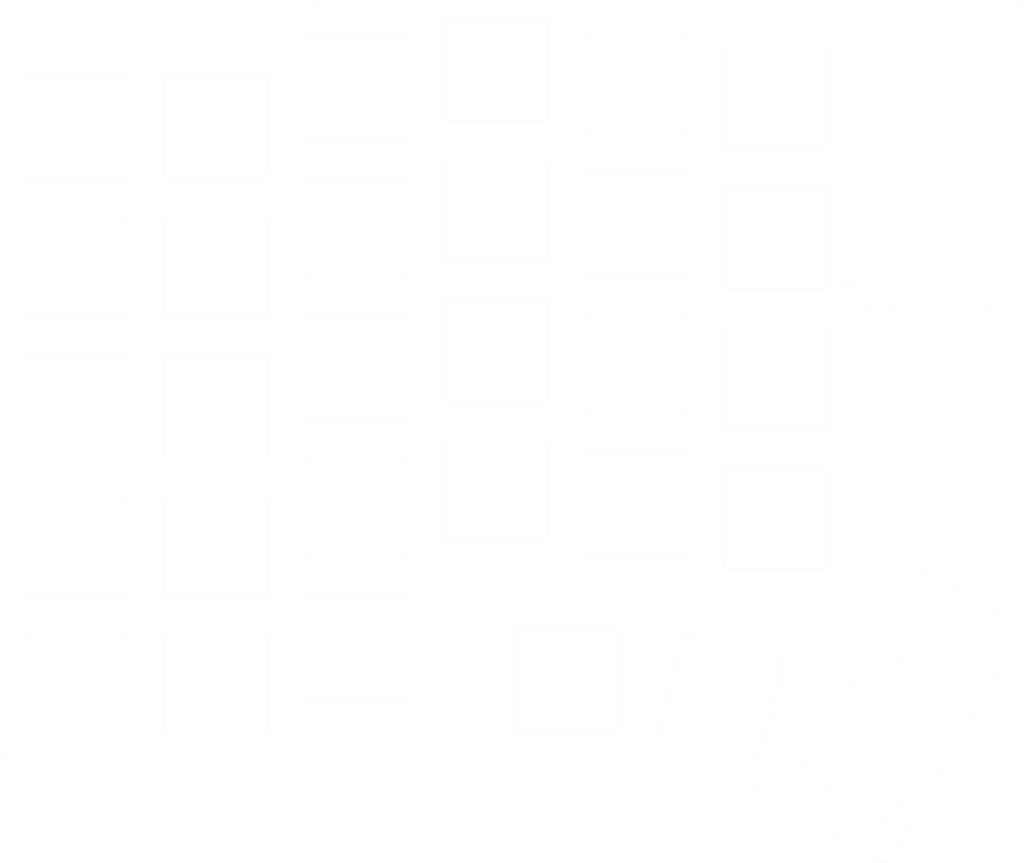
<source format=kicad_pcb>
(kicad_pcb (version 20171130) (host pcbnew "(5.1.6)-1")

  (general
    (thickness 1.6)
    (drawings 27)
    (tracks 0)
    (zones 0)
    (modules 36)
    (nets 1)
  )

  (page A4)
  (layers
    (0 F.Cu signal)
    (31 B.Cu signal)
    (32 B.Adhes user)
    (33 F.Adhes user)
    (34 B.Paste user)
    (35 F.Paste user)
    (36 B.SilkS user)
    (37 F.SilkS user)
    (38 B.Mask user)
    (39 F.Mask user)
    (40 Dwgs.User user)
    (41 Cmts.User user)
    (42 Eco1.User user)
    (43 Eco2.User user)
    (44 Edge.Cuts user)
    (45 Margin user)
    (46 B.CrtYd user)
    (47 F.CrtYd user)
    (48 B.Fab user)
    (49 F.Fab user)
  )

  (setup
    (last_trace_width 0.25)
    (trace_clearance 0.2)
    (zone_clearance 0.508)
    (zone_45_only no)
    (trace_min 0.2)
    (via_size 1)
    (via_drill 0.6)
    (via_min_size 0.4)
    (via_min_drill 0.3)
    (uvia_size 0.3)
    (uvia_drill 0.1)
    (uvias_allowed no)
    (uvia_min_size 0.2)
    (uvia_min_drill 0.1)
    (edge_width 0.01)
    (segment_width 0.2)
    (pcb_text_width 0.3)
    (pcb_text_size 1.5 1.5)
    (mod_edge_width 0.12)
    (mod_text_size 1 1)
    (mod_text_width 0.15)
    (pad_size 2.9 0.5)
    (pad_drill 0)
    (pad_to_mask_clearance 0.051)
    (solder_mask_min_width 0.25)
    (aux_axis_origin 0 0)
    (grid_origin 100.965 67.7799)
    (visible_elements 7FFFF7FF)
    (pcbplotparams
      (layerselection 0x010fc_ffffffff)
      (usegerberextensions false)
      (usegerberattributes false)
      (usegerberadvancedattributes false)
      (creategerberjobfile false)
      (excludeedgelayer true)
      (linewidth 0.100000)
      (plotframeref false)
      (viasonmask false)
      (mode 1)
      (useauxorigin false)
      (hpglpennumber 1)
      (hpglpenspeed 20)
      (hpglpendiameter 15.000000)
      (psnegative false)
      (psa4output false)
      (plotreference true)
      (plotvalue true)
      (plotinvisibletext false)
      (padsonsilk false)
      (subtractmaskfromsilk false)
      (outputformat 1)
      (mirror false)
      (drillshape 0)
      (scaleselection 1)
      (outputdirectory "CantaloupeV1.0Plate-Gerbers/"))
  )

  (net 0 "")

  (net_class Default "This is the default net class."
    (clearance 0.2)
    (trace_width 0.25)
    (via_dia 1)
    (via_drill 0.6)
    (uvia_dia 0.3)
    (uvia_drill 0.1)
  )

  (net_class Data ""
    (clearance 0.2)
    (trace_width 0.25)
    (via_dia 1)
    (via_drill 0.6)
    (uvia_dia 0.3)
    (uvia_drill 0.1)
  )

  (net_class Power ""
    (clearance 0.2)
    (trace_width 0.5)
    (via_dia 1)
    (via_drill 0.6)
    (uvia_dia 0.3)
    (uvia_drill 0.1)
  )

  (module Cantaloupe:MX_Cutout_Tight (layer F.Cu) (tedit 5DD3FFCB) (tstamp 5F5D03C2)
    (at 186.689995 92.544899)
    (path /5F790C86)
    (fp_text reference SW27 (at 7.1 8.200001) (layer F.SilkS) hide
      (effects (font (size 1 1) (thickness 0.15)))
    )
    (fp_text value MX (at -4.8 8.3) (layer F.Fab) hide
      (effects (font (size 1 1) (thickness 0.15)))
    )
    (fp_line (start -7 7) (end 7 7) (layer Edge.Cuts) (width 0.01))
    (fp_line (start 7 -7) (end 7 7) (layer Edge.Cuts) (width 0.01))
    (fp_line (start -7 -7) (end 7 -7) (layer Edge.Cuts) (width 0.01))
    (fp_line (start -7 7) (end -7 -7) (layer Edge.Cuts) (width 0.01))
  )

  (module Cantaloupe:MX_Cutout_Tight (layer F.Cu) (tedit 5DD3FFCB) (tstamp 5F5D0347)
    (at 129.539997 129.374898)
    (path /5F70873A)
    (fp_text reference SW15 (at 7.1 8.200001) (layer F.SilkS) hide
      (effects (font (size 1 1) (thickness 0.15)))
    )
    (fp_text value MX (at -4.8 8.3) (layer F.Fab) hide
      (effects (font (size 1 1) (thickness 0.15)))
    )
    (fp_line (start -7 7) (end 7 7) (layer Edge.Cuts) (width 0.01))
    (fp_line (start 7 -7) (end 7 7) (layer Edge.Cuts) (width 0.01))
    (fp_line (start -7 -7) (end 7 -7) (layer Edge.Cuts) (width 0.01))
    (fp_line (start -7 7) (end -7 -7) (layer Edge.Cuts) (width 0.01))
  )

  (module Cantaloupe:MX_Cutout_Tight (layer F.Cu) (tedit 5DD3FFCB) (tstamp 5F5D02A3)
    (at 167.64 71.5899)
    (path /5F76C34B)
    (fp_text reference SW21 (at 7.1 8.200001) (layer F.SilkS) hide
      (effects (font (size 1 1) (thickness 0.15)))
    )
    (fp_text value MX (at -4.8 8.3) (layer F.Fab) hide
      (effects (font (size 1 1) (thickness 0.15)))
    )
    (fp_line (start -7 7) (end 7 7) (layer Edge.Cuts) (width 0.01))
    (fp_line (start 7 -7) (end 7 7) (layer Edge.Cuts) (width 0.01))
    (fp_line (start -7 -7) (end 7 -7) (layer Edge.Cuts) (width 0.01))
    (fp_line (start -7 7) (end -7 -7) (layer Edge.Cuts) (width 0.01))
  )

  (module Cantaloupe:MX_Cutout_Tight (layer F.Cu) (tedit 5DD3FFCB) (tstamp 5F5D03EB)
    (at 186.689996 73.494899)
    (path /5F790C79)
    (fp_text reference SW26 (at 7.1 8.200001) (layer F.SilkS) hide
      (effects (font (size 1 1) (thickness 0.15)))
    )
    (fp_text value MX (at -4.8 8.3) (layer F.Fab) hide
      (effects (font (size 1 1) (thickness 0.15)))
    )
    (fp_line (start -7 7) (end 7 7) (layer Edge.Cuts) (width 0.01))
    (fp_line (start 7 -7) (end 7 7) (layer Edge.Cuts) (width 0.01))
    (fp_line (start -7 -7) (end 7 -7) (layer Edge.Cuts) (width 0.01))
    (fp_line (start -7 7) (end -7 -7) (layer Edge.Cuts) (width 0.01))
  )

  (module Cantaloupe:MX_Cutout_Tight (layer F.Cu) (tedit 5DD3FFCB) (tstamp 5F5D02CC)
    (at 167.639999 90.639897)
    (path /5F76C358)
    (fp_text reference SW22 (at 7.1 8.200001) (layer F.SilkS) hide
      (effects (font (size 1 1) (thickness 0.15)))
    )
    (fp_text value MX (at -4.8 8.3) (layer F.Fab) hide
      (effects (font (size 1 1) (thickness 0.15)))
    )
    (fp_line (start -7 7) (end 7 7) (layer Edge.Cuts) (width 0.01))
    (fp_line (start 7 -7) (end 7 7) (layer Edge.Cuts) (width 0.01))
    (fp_line (start -7 -7) (end 7 -7) (layer Edge.Cuts) (width 0.01))
    (fp_line (start -7 7) (end -7 -7) (layer Edge.Cuts) (width 0.01))
  )

  (module Cantaloupe:MX_Cutout_Tight (layer F.Cu) (tedit 5DD3FFCB) (tstamp 5F5D02F5)
    (at 186.689998 111.594898)
    (path /5F790C93)
    (fp_text reference SW28 (at 7.1 8.200001) (layer F.SilkS) hide
      (effects (font (size 1 1) (thickness 0.15)))
    )
    (fp_text value MX (at -4.8 8.3) (layer F.Fab) hide
      (effects (font (size 1 1) (thickness 0.15)))
    )
    (fp_line (start -7 7) (end 7 7) (layer Edge.Cuts) (width 0.01))
    (fp_line (start 7 -7) (end 7 7) (layer Edge.Cuts) (width 0.01))
    (fp_line (start -7 -7) (end 7 -7) (layer Edge.Cuts) (width 0.01))
    (fp_line (start -7 7) (end -7 -7) (layer Edge.Cuts) (width 0.01))
  )

  (module Cantaloupe:MX_Cutout_Tight (layer F.Cu) (tedit 5DD3FFCB) (tstamp 5F5D031E)
    (at 110.489998 115.404896)
    (path /5F6D8663)
    (fp_text reference SW9 (at 7.1 8.200001) (layer F.SilkS) hide
      (effects (font (size 1 1) (thickness 0.15)))
    )
    (fp_text value MX (at -4.8 8.3) (layer F.Fab) hide
      (effects (font (size 1 1) (thickness 0.15)))
    )
    (fp_line (start -7 7) (end 7 7) (layer Edge.Cuts) (width 0.01))
    (fp_line (start 7 -7) (end 7 7) (layer Edge.Cuts) (width 0.01))
    (fp_line (start -7 -7) (end 7 -7) (layer Edge.Cuts) (width 0.01))
    (fp_line (start -7 7) (end -7 -7) (layer Edge.Cuts) (width 0.01))
  )

  (module Cantaloupe:MX_Cutout_Tight (layer F.Cu) (tedit 5DD3FFCB) (tstamp 5F5D0370)
    (at 148.59 50.634897)
    (path /5F740BB9)
    (fp_text reference SW16 (at 7.1 8.200001) (layer F.SilkS) hide
      (effects (font (size 1 1) (thickness 0.15)))
    )
    (fp_text value MX (at -4.8 8.3) (layer F.Fab) hide
      (effects (font (size 1 1) (thickness 0.15)))
    )
    (fp_line (start -7 7) (end 7 7) (layer Edge.Cuts) (width 0.01))
    (fp_line (start 7 -7) (end 7 7) (layer Edge.Cuts) (width 0.01))
    (fp_line (start -7 -7) (end 7 -7) (layer Edge.Cuts) (width 0.01))
    (fp_line (start -7 7) (end -7 -7) (layer Edge.Cuts) (width 0.01))
  )

  (module Cantaloupe:MX_Cutout_Tight (layer F.Cu) (tedit 5DD3FFCB) (tstamp 5F5D0399)
    (at 148.589998 88.7349)
    (path /5F740BD4)
    (fp_text reference SW18 (at 7.1 8.200001) (layer F.SilkS) hide
      (effects (font (size 1 1) (thickness 0.15)))
    )
    (fp_text value MX (at -4.8 8.3) (layer F.Fab) hide
      (effects (font (size 1 1) (thickness 0.15)))
    )
    (fp_line (start -7 7) (end 7 7) (layer Edge.Cuts) (width 0.01))
    (fp_line (start 7 -7) (end 7 7) (layer Edge.Cuts) (width 0.01))
    (fp_line (start -7 -7) (end 7 -7) (layer Edge.Cuts) (width 0.01))
    (fp_line (start -7 7) (end -7 -7) (layer Edge.Cuts) (width 0.01))
  )

  (module Cantaloupe:MX_Cutout_Tight (layer F.Cu) (tedit 5DD3FFCB) (tstamp 5F5D0533)
    (at 129.539998 53.174901)
    (path /5F708705)
    (fp_text reference SW11 (at 7.1 8.200001) (layer F.SilkS) hide
      (effects (font (size 1 1) (thickness 0.15)))
    )
    (fp_text value MX (at -4.8 8.3) (layer F.Fab) hide
      (effects (font (size 1 1) (thickness 0.15)))
    )
    (fp_line (start -7 7) (end 7 7) (layer Edge.Cuts) (width 0.01))
    (fp_line (start 7 -7) (end 7 7) (layer Edge.Cuts) (width 0.01))
    (fp_line (start -7 -7) (end 7 -7) (layer Edge.Cuts) (width 0.01))
    (fp_line (start -7 7) (end -7 -7) (layer Edge.Cuts) (width 0.01))
  )

  (module Cantaloupe:MX_Cutout_Tight (layer F.Cu) (tedit 5DD3FFCB) (tstamp 5F5D043D)
    (at 186.69 54.444897)
    (path /5F790C6B)
    (fp_text reference SW25 (at 7.1 8.200001) (layer F.SilkS) hide
      (effects (font (size 1 1) (thickness 0.15)))
    )
    (fp_text value MX (at -4.8 8.3) (layer F.Fab) hide
      (effects (font (size 1 1) (thickness 0.15)))
    )
    (fp_line (start -7 7) (end 7 7) (layer Edge.Cuts) (width 0.01))
    (fp_line (start 7 -7) (end 7 7) (layer Edge.Cuts) (width 0.01))
    (fp_line (start -7 -7) (end 7 -7) (layer Edge.Cuts) (width 0.01))
    (fp_line (start -7 7) (end -7 -7) (layer Edge.Cuts) (width 0.01))
  )

  (module Cantaloupe:MX_Cutout_Tight (layer F.Cu) (tedit 5DD3FFCB) (tstamp 5F5D0466)
    (at 179.374799 135.839203 345)
    (path /5F790CA0)
    (fp_text reference SW29 (at 7.1 8.200001 345) (layer F.SilkS) hide
      (effects (font (size 1 1) (thickness 0.15)))
    )
    (fp_text value MX (at -4.8 8.3 345) (layer F.Fab) hide
      (effects (font (size 1 1) (thickness 0.15)))
    )
    (fp_line (start -7 7) (end 7 7) (layer Edge.Cuts) (width 0.01))
    (fp_line (start 7 -7) (end 7 7) (layer Edge.Cuts) (width 0.01))
    (fp_line (start -7 -7) (end 7 -7) (layer Edge.Cuts) (width 0.01))
    (fp_line (start -7 7) (end -7 -7) (layer Edge.Cuts) (width 0.01))
  )

  (module Cantaloupe:MX_Cutout_Tight (layer F.Cu) (tedit 5DD3FFCB) (tstamp 5F5D048F)
    (at 199.492083 143.462125 330)
    (path /5F7B2771)
    (fp_text reference SW31 (at 7.1 8.2 330) (layer F.SilkS) hide
      (effects (font (size 1 1) (thickness 0.15)))
    )
    (fp_text value MX (at -4.8 8.3 330) (layer F.Fab) hide
      (effects (font (size 1 1) (thickness 0.15)))
    )
    (fp_line (start -7 7) (end 7 7) (layer Edge.Cuts) (width 0.01))
    (fp_line (start 7 -7) (end 7 7) (layer Edge.Cuts) (width 0.01))
    (fp_line (start -7 -7) (end 7 -7) (layer Edge.Cuts) (width 0.01))
    (fp_line (start -7 7) (end -7 -7) (layer Edge.Cuts) (width 0.01))
  )

  (module Cantaloupe:MX_Cutout_Tight (layer F.Cu) (tedit 5DD3FFCB) (tstamp 5F5D04B8)
    (at 148.589998 107.784896)
    (path /5F740BE1)
    (fp_text reference SW19 (at 7.1 8.200001) (layer F.SilkS) hide
      (effects (font (size 1 1) (thickness 0.15)))
    )
    (fp_text value MX (at -4.8 8.3) (layer F.Fab) hide
      (effects (font (size 1 1) (thickness 0.15)))
    )
    (fp_line (start -7 7) (end 7 7) (layer Edge.Cuts) (width 0.01))
    (fp_line (start 7 -7) (end 7 7) (layer Edge.Cuts) (width 0.01))
    (fp_line (start -7 -7) (end 7 -7) (layer Edge.Cuts) (width 0.01))
    (fp_line (start -7 7) (end -7 -7) (layer Edge.Cuts) (width 0.01))
  )

  (module Cantaloupe:MX_Cutout_Tight (layer F.Cu) (tedit 5DD3FFCB) (tstamp 5F5D00B7)
    (at 110.489997 134.454896)
    (path /5F6D8670)
    (fp_text reference SW10 (at 7.1 8.200001) (layer F.SilkS) hide
      (effects (font (size 1 1) (thickness 0.15)))
    )
    (fp_text value MX (at -4.8 8.3) (layer F.Fab) hide
      (effects (font (size 1 1) (thickness 0.15)))
    )
    (fp_line (start -7 7) (end 7 7) (layer Edge.Cuts) (width 0.01))
    (fp_line (start 7 -7) (end 7 7) (layer Edge.Cuts) (width 0.01))
    (fp_line (start -7 -7) (end 7 -7) (layer Edge.Cuts) (width 0.01))
    (fp_line (start -7 7) (end -7 -7) (layer Edge.Cuts) (width 0.01))
  )

  (module Cantaloupe:MX_Cutout_Tight (layer F.Cu) (tedit 5DD3FFCB) (tstamp 5F5D00E0)
    (at 129.539994 91.274901)
    (path /5F708720)
    (fp_text reference SW13 (at 7.1 8.200001) (layer F.SilkS) hide
      (effects (font (size 1 1) (thickness 0.15)))
    )
    (fp_text value MX (at -4.8 8.3) (layer F.Fab) hide
      (effects (font (size 1 1) (thickness 0.15)))
    )
    (fp_line (start -7 7) (end 7 7) (layer Edge.Cuts) (width 0.01))
    (fp_line (start 7 -7) (end 7 7) (layer Edge.Cuts) (width 0.01))
    (fp_line (start -7 -7) (end 7 -7) (layer Edge.Cuts) (width 0.01))
    (fp_line (start -7 7) (end -7 -7) (layer Edge.Cuts) (width 0.01))
  )

  (module Cantaloupe:MX_Cutout_Tight (layer F.Cu) (tedit 5DD3FFCB) (tstamp 5F5D01AD)
    (at 110.489995 58.254895)
    (path /5F6D863A)
    (fp_text reference SW6 (at 7.1 8.200001) (layer F.SilkS) hide
      (effects (font (size 1 1) (thickness 0.15)))
    )
    (fp_text value MX (at -4.8 8.3) (layer F.Fab) hide
      (effects (font (size 1 1) (thickness 0.15)))
    )
    (fp_line (start -7 7) (end 7 7) (layer Edge.Cuts) (width 0.01))
    (fp_line (start 7 -7) (end 7 7) (layer Edge.Cuts) (width 0.01))
    (fp_line (start -7 -7) (end 7 -7) (layer Edge.Cuts) (width 0.01))
    (fp_line (start -7 7) (end -7 -7) (layer Edge.Cuts) (width 0.01))
  )

  (module Cantaloupe:MX_Cutout_Tight (layer F.Cu) (tedit 5DD3FFCB) (tstamp 5F5D0132)
    (at 167.639999 52.5399)
    (path /5F76C33D)
    (fp_text reference SW20 (at 7.1 8.200001) (layer F.SilkS) hide
      (effects (font (size 1 1) (thickness 0.15)))
    )
    (fp_text value MX (at -4.8 8.3) (layer F.Fab) hide
      (effects (font (size 1 1) (thickness 0.15)))
    )
    (fp_line (start -7 7) (end 7 7) (layer Edge.Cuts) (width 0.01))
    (fp_line (start 7 -7) (end 7 7) (layer Edge.Cuts) (width 0.01))
    (fp_line (start -7 -7) (end 7 -7) (layer Edge.Cuts) (width 0.01))
    (fp_line (start -7 7) (end -7 -7) (layer Edge.Cuts) (width 0.01))
  )

  (module Cantaloupe:MX_Cutout_Tight (layer F.Cu) (tedit 5DD3FFCB) (tstamp 5F5D01D6)
    (at 110.489998 77.3049)
    (path /5F6D8649)
    (fp_text reference SW7 (at 7.1 8.200001) (layer F.SilkS) hide
      (effects (font (size 1 1) (thickness 0.15)))
    )
    (fp_text value MX (at -4.8 8.3) (layer F.Fab) hide
      (effects (font (size 1 1) (thickness 0.15)))
    )
    (fp_line (start -7 7) (end 7 7) (layer Edge.Cuts) (width 0.01))
    (fp_line (start 7 -7) (end 7 7) (layer Edge.Cuts) (width 0.01))
    (fp_line (start -7 -7) (end 7 -7) (layer Edge.Cuts) (width 0.01))
    (fp_line (start -7 7) (end -7 -7) (layer Edge.Cuts) (width 0.01))
  )

  (module Cantaloupe:MX_Cutout_Tight (layer F.Cu) (tedit 5DD3FFCB) (tstamp 5F5D0109)
    (at 91.439997 115.404898)
    (path /5F61EF2C)
    (fp_text reference SW4 (at 7.1 8.200001) (layer F.SilkS) hide
      (effects (font (size 1 1) (thickness 0.15)))
    )
    (fp_text value MX (at -4.8 8.3) (layer F.Fab) hide
      (effects (font (size 1 1) (thickness 0.15)))
    )
    (fp_line (start -7 7) (end 7 7) (layer Edge.Cuts) (width 0.01))
    (fp_line (start 7 -7) (end 7 7) (layer Edge.Cuts) (width 0.01))
    (fp_line (start -7 -7) (end 7 -7) (layer Edge.Cuts) (width 0.01))
    (fp_line (start -7 7) (end -7 -7) (layer Edge.Cuts) (width 0.01))
  )

  (module Cantaloupe:MX_Cutout_Tight (layer F.Cu) (tedit 5DD3FFCB) (tstamp 5F5D0251)
    (at 91.439994 96.354896)
    (path /5F613E79)
    (fp_text reference SW3 (at 7.1 8.200001) (layer F.SilkS) hide
      (effects (font (size 1 1) (thickness 0.15)))
    )
    (fp_text value MX (at -4.8 8.3) (layer F.Fab) hide
      (effects (font (size 1 1) (thickness 0.15)))
    )
    (fp_line (start -7 7) (end 7 7) (layer Edge.Cuts) (width 0.01))
    (fp_line (start 7 -7) (end 7 7) (layer Edge.Cuts) (width 0.01))
    (fp_line (start -7 -7) (end 7 -7) (layer Edge.Cuts) (width 0.01))
    (fp_line (start -7 7) (end -7 -7) (layer Edge.Cuts) (width 0.01))
  )

  (module Cantaloupe:MX_Cutout_Tight (layer F.Cu) (tedit 5DD3FFCB) (tstamp 5F5D015B)
    (at 110.489996 96.354897)
    (path /5F6D8656)
    (fp_text reference SW8 (at 7.1 8.200001) (layer F.SilkS) hide
      (effects (font (size 1 1) (thickness 0.15)))
    )
    (fp_text value MX (at -4.8 8.3) (layer F.Fab) hide
      (effects (font (size 1 1) (thickness 0.15)))
    )
    (fp_line (start -7 7) (end 7 7) (layer Edge.Cuts) (width 0.01))
    (fp_line (start 7 -7) (end 7 7) (layer Edge.Cuts) (width 0.01))
    (fp_line (start -7 -7) (end 7 -7) (layer Edge.Cuts) (width 0.01))
    (fp_line (start -7 7) (end -7 -7) (layer Edge.Cuts) (width 0.01))
  )

  (module Cantaloupe:MX_Cutout_Tight (layer F.Cu) (tedit 5DD3FFCB) (tstamp 5F5D01FF)
    (at 91.44 58.2549)
    (path /5E7F9F5F)
    (fp_text reference SW1 (at 7.1 8.200001) (layer F.SilkS) hide
      (effects (font (size 1 1) (thickness 0.15)))
    )
    (fp_text value MX (at -4.8 8.3) (layer F.Fab) hide
      (effects (font (size 1 1) (thickness 0.15)))
    )
    (fp_line (start -7 7) (end 7 7) (layer Edge.Cuts) (width 0.01))
    (fp_line (start 7 -7) (end 7 7) (layer Edge.Cuts) (width 0.01))
    (fp_line (start -7 -7) (end 7 -7) (layer Edge.Cuts) (width 0.01))
    (fp_line (start -7 7) (end -7 -7) (layer Edge.Cuts) (width 0.01))
  )

  (module Cantaloupe:MX_Cutout_Tight (layer F.Cu) (tedit 5DD3FFCB) (tstamp 5F5D027A)
    (at 148.589998 69.684899)
    (path /5F740BC7)
    (fp_text reference SW17 (at 7.1 8.200001) (layer F.SilkS) hide
      (effects (font (size 1 1) (thickness 0.15)))
    )
    (fp_text value MX (at -4.8 8.3) (layer F.Fab) hide
      (effects (font (size 1 1) (thickness 0.15)))
    )
    (fp_line (start -7 7) (end 7 7) (layer Edge.Cuts) (width 0.01))
    (fp_line (start 7 -7) (end 7 7) (layer Edge.Cuts) (width 0.01))
    (fp_line (start -7 -7) (end 7 -7) (layer Edge.Cuts) (width 0.01))
    (fp_line (start -7 7) (end -7 -7) (layer Edge.Cuts) (width 0.01))
  )

  (module Cantaloupe:MX_Cutout_Tight (layer F.Cu) (tedit 5DD3FFCB) (tstamp 5F5D0184)
    (at 91.439996 134.4549)
    (path /5F62A165)
    (fp_text reference SW5 (at 7.1 8.200001) (layer F.SilkS) hide
      (effects (font (size 1 1) (thickness 0.15)))
    )
    (fp_text value MX (at -4.8 8.3) (layer F.Fab) hide
      (effects (font (size 1 1) (thickness 0.15)))
    )
    (fp_line (start -7 7) (end 7 7) (layer Edge.Cuts) (width 0.01))
    (fp_line (start 7 -7) (end 7 7) (layer Edge.Cuts) (width 0.01))
    (fp_line (start -7 -7) (end 7 -7) (layer Edge.Cuts) (width 0.01))
    (fp_line (start -7 7) (end -7 -7) (layer Edge.Cuts) (width 0.01))
  )

  (module Cantaloupe:MX_Cutout_Tight (layer F.Cu) (tedit 5DD3FFCB) (tstamp 5F5D0065)
    (at 167.64 109.689903)
    (path /5F76C365)
    (fp_text reference SW23 (at 7.1 8.200001) (layer F.SilkS) hide
      (effects (font (size 1 1) (thickness 0.15)))
    )
    (fp_text value MX (at -4.8 8.3) (layer F.Fab) hide
      (effects (font (size 1 1) (thickness 0.15)))
    )
    (fp_line (start -7 7) (end 7 7) (layer Edge.Cuts) (width 0.01))
    (fp_line (start 7 -7) (end 7 7) (layer Edge.Cuts) (width 0.01))
    (fp_line (start -7 -7) (end 7 -7) (layer Edge.Cuts) (width 0.01))
    (fp_line (start -7 7) (end -7 -7) (layer Edge.Cuts) (width 0.01))
  )

  (module Cantaloupe:MX_Cutout_Tight (layer F.Cu) (tedit 5DD3FFCB) (tstamp 5F5D008E)
    (at 129.539997 110.324895)
    (path /5F70872D)
    (fp_text reference SW14 (at 7.1 8.200001) (layer F.SilkS) hide
      (effects (font (size 1 1) (thickness 0.15)))
    )
    (fp_text value MX (at -4.8 8.3) (layer F.Fab) hide
      (effects (font (size 1 1) (thickness 0.15)))
    )
    (fp_line (start -7 7) (end 7 7) (layer Edge.Cuts) (width 0.01))
    (fp_line (start 7 -7) (end 7 7) (layer Edge.Cuts) (width 0.01))
    (fp_line (start -7 -7) (end 7 -7) (layer Edge.Cuts) (width 0.01))
    (fp_line (start -7 7) (end -7 -7) (layer Edge.Cuts) (width 0.01))
  )

  (module Cantaloupe:MX_Cutout_Tight (layer F.Cu) (tedit 5DD3FFCB) (tstamp 5F5D0228)
    (at 91.440003 77.304895)
    (path /5F608752)
    (fp_text reference SW2 (at 7.1 8.200001) (layer F.SilkS) hide
      (effects (font (size 1 1) (thickness 0.15)))
    )
    (fp_text value MX (at -4.8 8.3) (layer F.Fab) hide
      (effects (font (size 1 1) (thickness 0.15)))
    )
    (fp_line (start -7 7) (end 7 7) (layer Edge.Cuts) (width 0.01))
    (fp_line (start 7 -7) (end 7 7) (layer Edge.Cuts) (width 0.01))
    (fp_line (start -7 -7) (end 7 -7) (layer Edge.Cuts) (width 0.01))
    (fp_line (start -7 7) (end -7 -7) (layer Edge.Cuts) (width 0.01))
  )

  (module Cantaloupe:MX_Cutout_Tight (layer F.Cu) (tedit 5DD3FFCB) (tstamp 5F5D050A)
    (at 129.539997 72.224896)
    (path /5F708713)
    (fp_text reference SW12 (at 7.1 8.200001) (layer F.SilkS) hide
      (effects (font (size 1 1) (thickness 0.15)))
    )
    (fp_text value MX (at -4.8 8.3) (layer F.Fab) hide
      (effects (font (size 1 1) (thickness 0.15)))
    )
    (fp_line (start -7 7) (end 7 7) (layer Edge.Cuts) (width 0.01))
    (fp_line (start 7 -7) (end 7 7) (layer Edge.Cuts) (width 0.01))
    (fp_line (start -7 -7) (end 7 -7) (layer Edge.Cuts) (width 0.01))
    (fp_line (start -7 7) (end -7 -7) (layer Edge.Cuts) (width 0.01))
  )

  (module Cantaloupe:MX_Cutout_Tight (layer F.Cu) (tedit 5DD3FFCB) (tstamp 5F5D04E1)
    (at 158.114998 133.819898)
    (path /5F76C372)
    (fp_text reference SW24 (at 7.1 8.200001) (layer F.SilkS) hide
      (effects (font (size 1 1) (thickness 0.15)))
    )
    (fp_text value MX (at -4.8 8.3) (layer F.Fab) hide
      (effects (font (size 1 1) (thickness 0.15)))
    )
    (fp_line (start -7 7) (end 7 7) (layer Edge.Cuts) (width 0.01))
    (fp_line (start 7 -7) (end 7 7) (layer Edge.Cuts) (width 0.01))
    (fp_line (start -7 -7) (end 7 -7) (layer Edge.Cuts) (width 0.01))
    (fp_line (start -7 7) (end -7 -7) (layer Edge.Cuts) (width 0.01))
  )

  (module MountingHole:MountingHole_2.2mm_M2 (layer F.Cu) (tedit 56D1B4CB) (tstamp 5F720000)
    (at 149.383766 120.1674)
    (descr "Mounting Hole 2.2mm, no annular, M2")
    (tags "mounting hole 2.2mm no annular m2")
    (path /5F8C5222)
    (attr virtual)
    (fp_text reference H4 (at 0 -3.2) (layer F.SilkS) hide
      (effects (font (size 1 1) (thickness 0.15)))
    )
    (fp_text value MountingHole (at 0 3.2) (layer F.Fab)
      (effects (font (size 1 1) (thickness 0.15)))
    )
    (fp_circle (center 0 0) (end 2.2 0) (layer Cmts.User) (width 0.15))
    (fp_circle (center 0 0) (end 2.45 0) (layer F.CrtYd) (width 0.05))
    (fp_text user %R (at 0.3 0) (layer F.Fab)
      (effects (font (size 1 1) (thickness 0.15)))
    )
    (pad 1 np_thru_hole circle (at 0 0) (size 2.2 2.2) (drill 2.2) (layers *.Cu *.Mask))
  )

  (module MountingHole:MountingHole_2.2mm_M2 (layer F.Cu) (tedit 56D1B4CB) (tstamp 5F71FFF9)
    (at 100.990416 124.9299)
    (descr "Mounting Hole 2.2mm, no annular, M2")
    (tags "mounting hole 2.2mm no annular m2")
    (path /5F8B4B59)
    (attr virtual)
    (fp_text reference H3 (at 0 -3.2) (layer F.SilkS) hide
      (effects (font (size 1 1) (thickness 0.15)))
    )
    (fp_text value MountingHole (at 0 3.2) (layer F.Fab)
      (effects (font (size 1 1) (thickness 0.15)))
    )
    (fp_circle (center 0 0) (end 2.2 0) (layer Cmts.User) (width 0.15))
    (fp_circle (center 0 0) (end 2.45 0) (layer F.CrtYd) (width 0.05))
    (fp_text user %R (at 0.3 0) (layer F.Fab)
      (effects (font (size 1 1) (thickness 0.15)))
    )
    (pad 1 np_thru_hole circle (at 0 0) (size 2.2 2.2) (drill 2.2) (layers *.Cu *.Mask))
  )

  (module MountingHole:MountingHole_2.2mm_M2 (layer F.Cu) (tedit 56D1B4CB) (tstamp 5F71FFF2)
    (at 100.965008 67.7799)
    (descr "Mounting Hole 2.2mm, no annular, M2")
    (tags "mounting hole 2.2mm no annular m2")
    (path /5F892E35)
    (attr virtual)
    (fp_text reference H1 (at 0 -3.2) (layer F.SilkS) hide
      (effects (font (size 1 1) (thickness 0.15)))
    )
    (fp_text value MountingHole (at 0 3.2) (layer F.Fab)
      (effects (font (size 1 1) (thickness 0.15)))
    )
    (fp_circle (center 0 0) (end 2.2 0) (layer Cmts.User) (width 0.15))
    (fp_circle (center 0 0) (end 2.45 0) (layer F.CrtYd) (width 0.05))
    (fp_text user %R (at 0.3 0) (layer F.Fab)
      (effects (font (size 1 1) (thickness 0.15)))
    )
    (pad 1 np_thru_hole circle (at 0 0) (size 2.2 2.2) (drill 2.2) (layers *.Cu *.Mask))
  )

  (module MountingHole:MountingHole_2.2mm_M2 (layer F.Cu) (tedit 56D1B4CB) (tstamp 5F71FFEB)
    (at 192.246266 133.66115)
    (descr "Mounting Hole 2.2mm, no annular, M2")
    (tags "mounting hole 2.2mm no annular m2")
    (path /5F8C5228)
    (attr virtual)
    (fp_text reference H5 (at 0 -3.2) (layer F.SilkS) hide
      (effects (font (size 1 1) (thickness 0.15)))
    )
    (fp_text value MountingHole (at 0 3.2) (layer F.Fab)
      (effects (font (size 1 1) (thickness 0.15)))
    )
    (fp_circle (center 0 0) (end 2.2 0) (layer Cmts.User) (width 0.15))
    (fp_circle (center 0 0) (end 2.45 0) (layer F.CrtYd) (width 0.05))
    (fp_text user %R (at 0.3 0) (layer F.Fab)
      (effects (font (size 1 1) (thickness 0.15)))
    )
    (pad 1 np_thru_hole circle (at 0 0) (size 2.2 2.2) (drill 2.2) (layers *.Cu *.Mask))
  )

  (module MountingHole:MountingHole_2.2mm_M2 (layer F.Cu) (tedit 56D1B4CB) (tstamp 5F71FFE4)
    (at 177.165008 63.0174)
    (descr "Mounting Hole 2.2mm, no annular, M2")
    (tags "mounting hole 2.2mm no annular m2")
    (path /5F8A4756)
    (attr virtual)
    (fp_text reference H2 (at 0 -3.2) (layer F.SilkS) hide
      (effects (font (size 1 1) (thickness 0.15)))
    )
    (fp_text value MountingHole (at 0 3.2) (layer F.Fab)
      (effects (font (size 1 1) (thickness 0.15)))
    )
    (fp_circle (center 0 0) (end 2.2 0) (layer Cmts.User) (width 0.15))
    (fp_circle (center 0 0) (end 2.45 0) (layer F.CrtYd) (width 0.05))
    (fp_text user %R (at 0.3 0) (layer F.Fab)
      (effects (font (size 1 1) (thickness 0.15)))
    )
    (pad 1 np_thru_hole circle (at 0 0) (size 2.2 2.2) (drill 2.2) (layers *.Cu *.Mask))
  )

  (module "Custom Parts:Cutout_EC11" (layer F.Cu) (tedit 5F5F2DE4) (tstamp 5F5D0414)
    (at 209.017083 126.964336 330)
    (path /5F7B2764)
    (fp_text reference SW30 (at 7.1 8.2 330) (layer F.SilkS) hide
      (effects (font (size 1 1) (thickness 0.15)))
    )
    (fp_text value MX (at -4.8 8.3 330) (layer F.Fab) hide
      (effects (font (size 1 1) (thickness 0.15)))
    )
    (fp_line (start -5.975 -6.125) (end -5.975 6.125) (layer Edge.Cuts) (width 0.01))
    (fp_line (start 5.975 -6.125) (end 5.975 6.125) (layer Edge.Cuts) (width 0.01))
    (fp_line (start 5.975 -6.125) (end -5.975 -6.125) (layer Edge.Cuts) (width 0.01))
    (fp_line (start -5.975 6.125) (end 5.975 6.125) (layer Edge.Cuts) (width 0.01))
  )

  (gr_line (start 200.818022 158.52809) (end 177.250948 144.745898) (layer Edge.Cuts) (width 0.01) (tstamp 5F71FE32))
  (gr_arc (start 219.544395 126.236141) (end 220.409511 126.737713) (angle -30.10235183) (layer Edge.Cuts) (width 0.01) (tstamp 5F71FE31))
  (gr_line (start 82.071016 48.194002) (end 116.781718 48.193961) (layer Edge.Cuts) (width 0.01) (tstamp 5F71FE30))
  (gr_arc (start 201.322842 157.664866) (end 200.818022 158.52809) (angle -90.21536058) (layer Edge.Cuts) (width 0.01) (tstamp 5F71FE2E))
  (gr_arc (start 176.746128 145.609123) (end 177.250948 144.745898) (angle -30.31898528) (layer Edge.Cuts) (width 0.01) (tstamp 5F71FE2D))
  (gr_arc (start 82.070239 143.608442) (end 81.070239 143.608434) (angle -90.00006059) (layer Edge.Cuts) (width 0.01) (tstamp 5F71FE2B))
  (gr_line (start 218.588999 80.308704) (end 220.545746 80.308704) (layer Edge.Cuts) (width 0.01) (tstamp 5F71FE2A))
  (gr_arc (start 124.661955 42.116528) (end 124.662048 41.116528) (angle -45.1186592) (layer Edge.Cuts) (width 0.01) (tstamp 5F71FE27))
  (gr_arc (start 116.781717 47.193961) (end 116.781718 48.193961) (angle -45.11325034) (layer Edge.Cuts) (width 0.01) (tstamp 5F71FE26))
  (gr_arc (start 82.071018 49.194002) (end 82.071016 48.194002) (angle -89.99945951) (layer Edge.Cuts) (width 0.01) (tstamp 5F71FE25))
  (gr_line (start 81.070239 143.608434) (end 81.071018 49.193994) (layer Edge.Cuts) (width 0.01) (tstamp 5F71FE24))
  (gr_line (start 176.746135 144.609123) (end 82.070231 144.608442) (layer Edge.Cuts) (width 0.01) (tstamp 5F71FE23))
  (gr_line (start 220.409511 126.737713) (end 202.187958 158.166437) (layer Edge.Cuts) (width 0.01) (tstamp 5F71FE22))
  (gr_line (start 220.545746 80.308704) (end 220.544395 126.23617) (layer Edge.Cuts) (width 0.01) (tstamp 5F71FE21))
  (gr_line (start 124.662048 41.116528) (end 196.338998 41.12321) (layer Edge.Cuts) (width 0.01) (tstamp 5F71FE20))
  (gr_line (start 117.490221 47.899668) (end 123.953451 41.410821) (layer Edge.Cuts) (width 0.01) (tstamp 5F71FE1F))
  (gr_line (start 196.338998 41.12321) (end 219.545746 41.12321) (layer Edge.Cuts) (width 0.01) (tstamp 5F71FE1C))
  (gr_line (start 220.545746 42.12321) (end 220.545746 45.408298) (layer Edge.Cuts) (width 0.01) (tstamp 5F71FE17))
  (gr_line (start 220.545746 45.408298) (end 196.338998 45.408298) (layer Edge.Cuts) (width 0.01) (tstamp 5F71FE16))
  (gr_arc (start 219.545746 42.12321) (end 220.545746 42.12321) (angle -90) (layer Edge.Cuts) (width 0.01) (tstamp 5F71FE15))
  (gr_line (start 196.338998 45.408298) (end 196.338999 80.308701) (layer Edge.Cuts) (width 0.01) (tstamp 5F71FE14))
  (gr_line (start 218.588999 81.958701) (end 218.588999 80.308704) (layer Edge.Cuts) (width 0.01) (tstamp 5F71FE13))
  (gr_arc (start 216.788999 81.958699) (end 215.091942 82.558701) (angle -160.5287794) (layer Edge.Cuts) (width 0.01) (tstamp 5F71FE12))
  (gr_line (start 202.486055 82.558701) (end 215.091942 82.558701) (layer Edge.Cuts) (width 0.01) (tstamp 5F71FE11))
  (gr_arc (start 200.788998 81.958701) (end 198.988998 81.958702) (angle -160.5287794) (layer Edge.Cuts) (width 0.01) (tstamp 5F71FE10))
  (gr_line (start 196.338999 80.308701) (end 198.988998 80.3087) (layer Edge.Cuts) (width 0.01) (tstamp 5F71FE0F))
  (gr_line (start 198.988998 80.3087) (end 198.988998 81.958702) (layer Edge.Cuts) (width 0.01) (tstamp 5F71FE0E))

)

</source>
